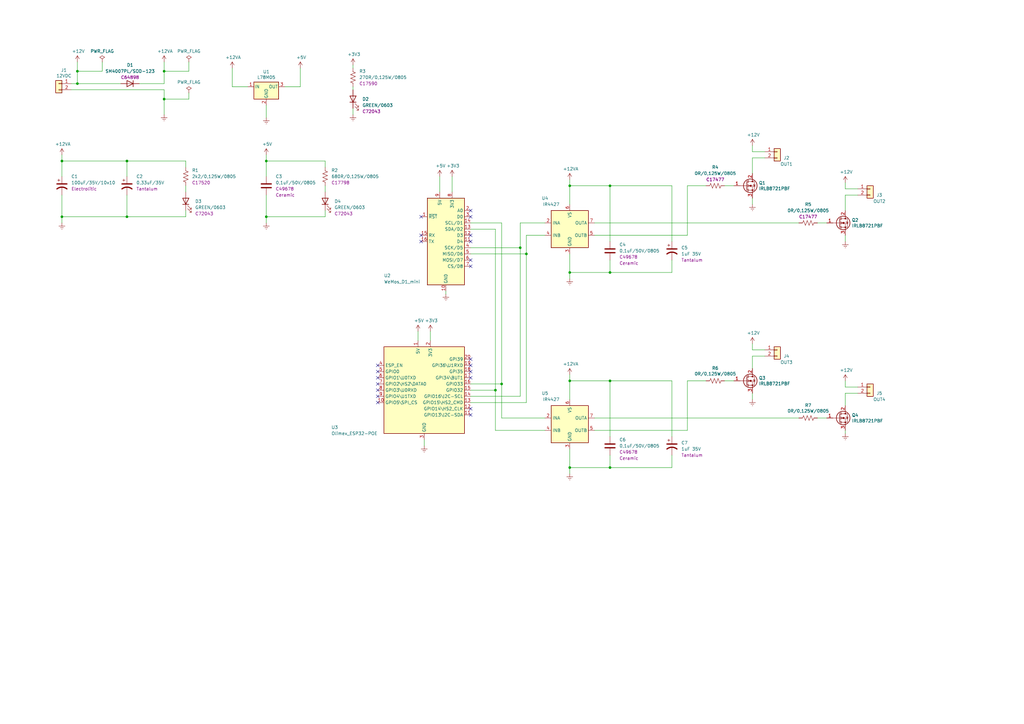
<source format=kicad_sch>
(kicad_sch (version 20211123) (generator eeschema)
  (paper "A3")
  (title_block (title "ESP 6 PWM Module") (date "2021-03-08") (rev "0.1"))
  (lib_symbols
    (symbol "Connector_Generic:Conn_01x02" (pin_names (offset 1.016) hide)
      (property "Reference" "J" (at 0 2.54 0))
      (property "Value" "Conn_01x02" (at 0 -5.08 0))
      (symbol "Conn_01x02_1_1"
        (rectangle (start -1.27 -2.413) (end 0 -2.667) (stroke (width 0.1524)))
        (rectangle (start -1.27 0.127) (end 0 -0.127) (stroke (width 0.1524)))
        (rectangle (start -1.27 1.27) (end 1.27 -3.81) (stroke (width 0.254)) (fill (type background)))
        (pin passive line (at -5.08 0 0) (length 3.81) (name "Pin_1") (number "1"))
        (pin passive line (at -5.08 -2.54 0) (length 3.81) (name "Pin_2") (number "2"))
      )
    )
    (symbol "Device:C" (pin_numbers hide) (pin_names (offset 0.254))
      (property "Reference" "C" (at 0.635 2.54 0))
      (property "Value" "C" (at 0.635 -2.54 0))
      (symbol "C_0_1"
        (polyline (pts (xy -2.032 -0.762) (xy 2.032 -0.762)) (stroke (width 0.508)))
        (polyline (pts (xy -2.032 0.762) (xy 2.032 0.762)) (stroke (width 0.508)))
      )
      (symbol "C_1_1"
        (pin passive line (at 0 3.81 270) (length 2.794) (name "~") (number "1"))
        (pin passive line (at 0 -3.81 90) (length 2.794) (name "~") (number "2"))
      )
    )
    (symbol "Device:CP1" (pin_numbers hide) (pin_names (offset 0.254) hide)
      (property "Reference" "C" (at 0.635 2.54 0))
      (property "Value" "Device_CP1" (at 0.635 -2.54 0))
      (symbol "CP1_0_1"
        (polyline (pts (xy -2.032 0.762) (xy 2.032 0.762)) (stroke (width 0.508)))
        (polyline (pts (xy -1.778 2.286) (xy -0.762 2.286)))
        (polyline (pts (xy -1.27 1.778) (xy -1.27 2.794)))
        (arc (start 2.032 -1.27) (mid 0 -0.5572) (end -2.032 -1.27) (stroke (width 0.508)))
      )
      (symbol "CP1_1_1"
        (pin passive line (at 0 3.81 270) (length 2.794) (name "~") (number "1"))
        (pin passive line (at 0 -3.81 90) (length 3.302) (name "~") (number "2"))
      )
    )
    (symbol "Device:D" (pin_numbers hide) (pin_names (offset 1.016) hide)
      (property "Reference" "D" (at 0 2.54 0))
      (property "Value" "D" (at 0 -2.54 0))
      (symbol "D_0_1"
        (polyline (pts (xy -1.27 1.27) (xy -1.27 -1.27)) (stroke (width 0.254)))
        (polyline (pts (xy 1.27 0) (xy -1.27 0)))
        (polyline (pts (xy 1.27 1.27) (xy 1.27 -1.27) (xy -1.27 0) (xy 1.27 1.27)) (stroke (width 0.254)))
      )
      (symbol "D_1_1"
        (pin passive line (at -3.81 0 0) (length 2.54) (name "K") (number "1"))
        (pin passive line (at 3.81 0 180) (length 2.54) (name "A") (number "2"))
      )
    )
    (symbol "Device:LED" (pin_numbers hide) (pin_names (offset 1.016) hide)
      (property "Reference" "D" (at 0 2.54 0))
      (property "Value" "LED" (at 0 -2.54 0))
      (symbol "LED_0_1"
        (polyline (pts (xy -1.27 -1.27) (xy -1.27 1.27)) (stroke (width 0.254)))
        (polyline (pts (xy -1.27 0) (xy 1.27 0)))
        (polyline (pts (xy 1.27 -1.27) (xy 1.27 1.27) (xy -1.27 0) (xy 1.27 -1.27)) (stroke (width 0.254)))
        (polyline (pts (xy -3.048 -0.762) (xy -4.572 -2.286) (xy -3.81 -2.286) (xy -4.572 -2.286) (xy -4.572 -1.524)))
        (polyline (pts (xy -1.778 -0.762) (xy -3.302 -2.286) (xy -2.54 -2.286) (xy -3.302 -2.286) (xy -3.302 -1.524)))
      )
      (symbol "LED_1_1"
        (pin passive line (at -3.81 0 0) (length 2.54) (name "K") (number "1"))
        (pin passive line (at 3.81 0 180) (length 2.54) (name "A") (number "2"))
      )
    )
    (symbol "Device:R_US" (pin_numbers hide) (pin_names (offset 0))
      (property "Reference" "R" (at 2.54 0 90))
      (property "Value" "R_US" (at -2.54 0 90))
      (symbol "R_US_0_1"
        (polyline (pts (xy 0 -2.286) (xy 0 -2.54)))
        (polyline (pts (xy 0 2.286) (xy 0 2.54)))
        (polyline (pts (xy 0 -0.762) (xy 1.016 -1.143) (xy 0 -1.524) (xy -1.016 -1.905) (xy 0 -2.286)))
        (polyline (pts (xy 0 0.762) (xy 1.016 0.381) (xy 0 0) (xy -1.016 -0.381) (xy 0 -0.762)))
        (polyline (pts (xy 0 2.286) (xy 1.016 1.905) (xy 0 1.524) (xy -1.016 1.143) (xy 0 0.762)))
      )
      (symbol "R_US_1_1"
        (pin passive line (at 0 3.81 270) (length 1.27) (name "~") (number "1"))
        (pin passive line (at 0 -3.81 90) (length 1.27) (name "~") (number "2"))
      )
    )
    (symbol "MCU_Module:WeMos_D1_mini"
      (property "Reference" "U" (at 3.81 19.05 0))
      (property "Value" "WeMos_D1_mini" (at 1.27 -19.05 0))
      (symbol "WeMos_D1_mini_1_1"
        (rectangle (start -7.62 17.78) (end 7.62 -17.78) (stroke (width 0.254)) (fill (type background)))
        (pin input line (at -10.16 10.16 0) (length 2.54) (name "~{RST}") (number "1"))
        (pin power_in line (at 0 -20.32 90) (length 2.54) (name "GND") (number "10"))
        (pin bidirectional line (at 10.16 0 180) (length 2.54) (name "D4") (number "11"))
        (pin bidirectional line (at 10.16 2.54 180) (length 2.54) (name "D3") (number "12"))
        (pin bidirectional line (at 10.16 5.08 180) (length 2.54) (name "SDA/D2") (number "13"))
        (pin bidirectional line (at 10.16 7.62 180) (length 2.54) (name "SCL/D1") (number "14"))
        (pin input line (at -10.16 2.54 0) (length 2.54) (name "RX") (number "15"))
        (pin output line (at -10.16 0 0) (length 2.54) (name "TX") (number "16"))
        (pin input line (at 10.16 12.7 180) (length 2.54) (name "A0") (number "2"))
        (pin bidirectional line (at 10.16 10.16 180) (length 2.54) (name "D0") (number "3"))
        (pin bidirectional line (at 10.16 -2.54 180) (length 2.54) (name "SCK/D5") (number "4"))
        (pin bidirectional line (at 10.16 -5.08 180) (length 2.54) (name "MISO/D6") (number "5"))
        (pin bidirectional line (at 10.16 -7.62 180) (length 2.54) (name "MOSI/D7") (number "6"))
        (pin bidirectional line (at 10.16 -10.16 180) (length 2.54) (name "CS/D8") (number "7"))
        (pin power_out line (at 2.54 20.32 270) (length 2.54) (name "3V3") (number "8"))
        (pin power_in line (at -2.54 20.32 270) (length 2.54) (name "5V") (number "9"))
      )
    )
    (symbol "Regulator_Linear:L7805" (pin_names (offset 0.254))
      (property "Reference" "U" (at -3.81 3.175 0))
      (property "Value" "L7805" (at 0 3.175 0))
      (symbol "L7805_0_1"
        (rectangle (start -5.08 1.905) (end 5.08 -5.08) (stroke (width 0.254)) (fill (type background)))
      )
      (symbol "L7805_1_1"
        (pin power_in line (at -7.62 0 0) (length 2.54) (name "IN") (number "1"))
        (pin power_in line (at 0 -7.62 90) (length 2.54) (name "GND") (number "2"))
        (pin power_out line (at 7.62 0 180) (length 2.54) (name "OUT") (number "3"))
      )
    )
    (symbol "Tales:IR4427"
      (property "Reference" "U" (at -7.62 8.89 0))
      (property "Value" "IR4427" (at 1.27 8.89 0))
      (symbol "IR4427_0_1"
        (rectangle (start -7.62 -7.62) (end 7.62 7.62) (stroke (width 0.254)) (fill (type background)))
      )
      (symbol "IR4427_1_1"
        (pin no_connect line (at -7.62 0 0) (length 2.54) hide (name "NC") (number "1"))
        (pin input line (at -10.16 2.54 0) (length 2.54) (name "INA") (number "2"))
        (pin power_in line (at 0 -10.16 90) (length 2.54) (name "GND") (number "3"))
        (pin input line (at -10.16 -2.54 0) (length 2.54) (name "INB") (number "4"))
        (pin output line (at 10.16 -2.54 180) (length 2.54) (name "OUTB") (number "5"))
        (pin power_in line (at 0 10.16 270) (length 2.54) (name "VS") (number "6"))
        (pin output line (at 10.16 2.54 180) (length 2.54) (name "OUTA") (number "7"))
        (pin no_connect line (at 7.62 0 180) (length 2.54) hide (name "NC") (number "8"))
      )
    )
    (symbol "Tales:Olimex_ESP32-POE"
      (property "Reference" "U" (at 5.08 19.05 0))
      (property "Value" "Olimex_ESP32-POE" (at 5.08 -19.05 0))
      (symbol "Olimex_ESP32-POE_1_1"
        (rectangle (start -16.51 17.78) (end 16.51 -17.78) (stroke (width 0.254)) (fill (type background)))
        (pin power_in line (at -2.54 20.32 270) (length 2.54) (name "5V") (number "1"))
        (pin bidirectional line (at -19.05 -5.08 0) (length 2.54) (name "GPIO5\\SPI_CS") (number "10"))
        (pin bidirectional line (at 19.05 -10.16 180) (length 2.54) (name "GPIO13\\I2C-SDA") (number "11"))
        (pin bidirectional line (at 19.05 -7.62 180) (length 2.54) (name "GPIO14\\HS2_CLK") (number "12"))
        (pin bidirectional line (at 19.05 -5.08 180) (length 2.54) (name "GPIO15\\HS2_CMD") (number "13"))
        (pin bidirectional line (at 19.05 -2.54 180) (length 2.54) (name "GPIO16\\I2C-SCL") (number "14"))
        (pin bidirectional line (at 19.05 0 180) (length 2.54) (name "GPIO32") (number "15"))
        (pin bidirectional line (at 19.05 2.54 180) (length 2.54) (name "GPIO33") (number "16"))
        (pin input line (at 19.05 5.08 180) (length 2.54) (name "GPI34\\BUT1") (number "17"))
        (pin input line (at 19.05 7.62 180) (length 2.54) (name "GPI35") (number "18"))
        (pin input line (at 19.05 10.16 180) (length 2.54) (name "GPI36\\U1RXD") (number "19"))
        (pin power_out line (at 2.54 20.32 270) (length 2.54) (name "3V3") (number "2"))
        (pin input line (at 19.05 12.7 180) (length 2.54) (name "GPI39") (number "20"))
        (pin power_in line (at 0 -20.32 90) (length 2.54) (name "GND") (number "3"))
        (pin input line (at -19.05 10.16 0) (length 2.54) (name "ESP_EN") (number "4"))
        (pin bidirectional line (at -19.05 7.62 0) (length 2.54) (name "GPIO0") (number "5"))
        (pin bidirectional line (at -19.05 5.08 0) (length 2.54) (name "GPIO1\\U0TXD") (number "6"))
        (pin bidirectional line (at -19.05 2.54 0) (length 2.54) (name "GPIO2\\HS2\\DATA0") (number "7"))
        (pin bidirectional line (at -19.05 0 0) (length 2.54) (name "GPIO3\\U0RXD") (number "8"))
        (pin bidirectional line (at -19.05 -2.54 0) (length 2.54) (name "GPIO4\\U1TXD") (number "9"))
      )
    )
    (symbol "Transistor_FET:IRLB8721PBF" (pin_names hide)
      (property "Reference" "Q" (at 6.35 1.905 0))
      (property "Value" "IRLB8721PBF" (at 6.35 0 0))
      (symbol "IRLB8721PBF_0_1"
        (polyline (pts (xy 0.254 0) (xy -2.54 0)))
        (polyline (pts (xy 0.254 1.905) (xy 0.254 -1.905)) (stroke (width 0.254)))
        (polyline (pts (xy 0.762 -1.27) (xy 0.762 -2.286)) (stroke (width 0.254)))
        (polyline (pts (xy 0.762 0.508) (xy 0.762 -0.508)) (stroke (width 0.254)))
        (polyline (pts (xy 0.762 2.286) (xy 0.762 1.27)) (stroke (width 0.254)))
        (polyline (pts (xy 2.54 2.54) (xy 2.54 1.778)))
        (polyline (pts (xy 2.54 -2.54) (xy 2.54 0) (xy 0.762 0)))
        (polyline (pts (xy 0.762 -1.778) (xy 3.302 -1.778) (xy 3.302 1.778) (xy 0.762 1.778)))
        (polyline (pts (xy 1.016 0) (xy 2.032 0.381) (xy 2.032 -0.381) (xy 1.016 0)) (fill (type outline)))
        (polyline (pts (xy 2.794 0.508) (xy 2.921 0.381) (xy 3.683 0.381) (xy 3.81 0.254)))
        (polyline (pts (xy 3.302 0.381) (xy 2.921 -0.254) (xy 3.683 -0.254) (xy 3.302 0.381)))
        (circle (center 1.651 0) (radius 2.794) (stroke (width 0.254)))
        (circle (center 2.54 -1.778) (radius 0.254) (fill (type outline)))
        (circle (center 2.54 1.778) (radius 0.254) (fill (type outline)))
      )
      (symbol "IRLB8721PBF_1_1"
        (pin input line (at -5.08 0 0) (length 2.54) (name "G") (number "1"))
        (pin passive line (at 2.54 5.08 270) (length 2.54) (name "D") (number "2"))
        (pin passive line (at 2.54 -5.08 90) (length 2.54) (name "S") (number "3"))
      )
    )
    (symbol "power:+12V" (power) (pin_names (offset 0))
      (property "Value" "+12V" (at 0 3.556 0))
      (symbol "+12V_0_1"
        (polyline (pts (xy -0.762 1.27) (xy 0 2.54)))
        (polyline (pts (xy 0 0) (xy 0 2.54)))
        (polyline (pts (xy 0 2.54) (xy 0.762 1.27)))
      )
      (symbol "+12V_1_1"
        (pin power_in line (at 0 0 90) (length 0) hide (name "+12V") (number "1"))
      )
    )
    (symbol "power:+12VA" (power) (pin_names (offset 0))
      (property "Value" "+12VA" (at 0 3.556 0))
      (symbol "+12VA_0_1"
        (polyline (pts (xy -0.762 1.27) (xy 0 2.54)))
        (polyline (pts (xy 0 0) (xy 0 2.54)))
        (polyline (pts (xy 0 2.54) (xy 0.762 1.27)))
      )
      (symbol "+12VA_1_1"
        (pin power_in line (at 0 0 90) (length 0) hide (name "+12VA") (number "1"))
      )
    )
    (symbol "power:+3.3V" (power) (pin_names (offset 0))
      (property "Value" "+3.3V" (at 0 3.556 0))
      (symbol "+3.3V_0_1"
        (polyline (pts (xy -0.762 1.27) (xy 0 2.54)))
        (polyline (pts (xy 0 0) (xy 0 2.54)))
        (polyline (pts (xy 0 2.54) (xy 0.762 1.27)))
      )
      (symbol "+3.3V_1_1"
        (pin power_in line (at 0 0 90) (length 0) hide (name "+3V3") (number "1"))
      )
    )
    (symbol "power:+5V" (power) (pin_names (offset 0))
      (property "Value" "+5V" (at 0 3.556 0))
      (symbol "+5V_0_1"
        (polyline (pts (xy -0.762 1.27) (xy 0 2.54)))
        (polyline (pts (xy 0 0) (xy 0 2.54)))
        (polyline (pts (xy 0 2.54) (xy 0.762 1.27)))
      )
      (symbol "+5V_1_1"
        (pin power_in line (at 0 0 90) (length 0) hide (name "+5V") (number "1"))
      )
    )
    (symbol "power:GNDREF" (power) (pin_names (offset 0))
      (property "Value" "GNDREF" (at 0 -3.81 0))
      (symbol "GNDREF_0_1"
        (polyline (pts (xy -0.635 -1.905) (xy 0.635 -1.905)))
        (polyline (pts (xy -0.127 -2.54) (xy 0.127 -2.54)))
        (polyline (pts (xy 0 -1.27) (xy 0 0)))
        (polyline (pts (xy 1.27 -1.27) (xy -1.27 -1.27)))
      )
      (symbol "GNDREF_1_1"
        (pin power_in line (at 0 0 270) (length 0) hide (name "GNDREF") (number "1"))
      )
    )
    (symbol "power:PWR_FLAG" (power) (pin_numbers hide) (pin_names (offset 0) hide)
      (property "Value" "PWR_FLAG" (at 0 3.81 0))
      (symbol "PWR_FLAG_0_0"
        (pin power_out line (at 0 0 90) (length 0) (name "pwr") (number "1"))
      )
      (symbol "PWR_FLAG_0_1"
        (polyline (pts (xy 0 0) (xy 0 1.27) (xy -1.016 1.905) (xy 0 2.54) (xy 1.016 1.905) (xy 0 1.27)))
      )
    )
  )
  (junction (at 250.19 156.21))
  (junction (at 31.75 29.21))
  (junction (at 233.68 111.76))
  (junction (at 25.4 66.04))
  (junction (at 233.68 191.77))
  (junction (at 52.07 66.04))
  (junction (at 203.2 160.02))
  (junction (at 25.4 88.9))
  (junction (at 205.74 157.48))
  (junction (at 109.22 66.04))
  (junction (at 52.07 88.9))
  (junction (at 250.19 111.76))
  (junction (at 67.31 29.21))
  (junction (at 67.31 40.64))
  (junction (at 250.19 76.2))
  (junction (at 215.9 104.14))
  (junction (at 31.75 34.29))
  (junction (at 109.22 88.9))
  (junction (at 213.36 101.6))
  (junction (at 250.19 191.77))
  (junction (at 233.68 156.21))
  (junction (at 233.68 76.2))
  (no_connect (at 193.04 170.18))
  (no_connect (at 154.94 160.02))
  (no_connect (at 193.04 147.32))
  (no_connect (at 193.04 99.06))
  (no_connect (at 154.94 152.4))
  (no_connect (at 172.72 99.06))
  (no_connect (at 193.04 152.4))
  (no_connect (at 193.04 109.22))
  (no_connect (at 193.04 106.68))
  (no_connect (at 193.04 96.52))
  (no_connect (at 193.04 154.94))
  (no_connect (at 193.04 149.86))
  (no_connect (at 154.94 157.48))
  (no_connect (at 172.72 88.9))
  (no_connect (at 193.04 86.36))
  (no_connect (at 172.72 96.52))
  (no_connect (at 154.94 149.86))
  (no_connect (at 154.94 162.56))
  (no_connect (at 193.04 88.9))
  (no_connect (at 154.94 165.1))
  (no_connect (at 154.94 154.94))
  (no_connect (at 193.04 167.64))
  (wire (pts (xy 215.9 104.14) (xy 215.9 96.52)))
  (wire (pts (xy 109.22 43.18) (xy 109.22 48.26)))
  (wire (pts (xy 95.25 27.94) (xy 95.25 35.56)))
  (wire (pts (xy 233.68 73.66) (xy 233.68 76.2)))
  (wire (pts (xy 25.4 66.04) (xy 25.4 72.39)))
  (wire (pts (xy 203.2 176.53) (xy 223.52 176.53)))
  (wire (pts (xy 25.4 63.5) (xy 25.4 66.04)))
  (wire (pts (xy 281.94 156.21) (xy 281.94 176.53)))
  (wire (pts (xy 67.31 36.83) (xy 67.31 40.64)))
  (wire (pts (xy 346.71 96.52) (xy 346.71 99.06)))
  (wire (pts (xy 144.78 44.45) (xy 144.78 46.99)))
  (wire (pts (xy 25.4 88.9) (xy 25.4 80.01)))
  (wire (pts (xy 233.68 76.2) (xy 233.68 83.82)))
  (wire (pts (xy 250.19 111.76) (xy 233.68 111.76)))
  (wire (pts (xy 52.07 88.9) (xy 25.4 88.9)))
  (wire (pts (xy 313.69 146.05) (xy 308.61 146.05)))
  (wire (pts (xy 205.74 157.48) (xy 205.74 171.45)))
  (wire (pts (xy 275.59 179.07) (xy 275.59 156.21)))
  (wire (pts (xy 173.99 182.88) (xy 173.99 180.34)))
  (wire (pts (xy 243.84 171.45) (xy 327.66 171.45)))
  (wire (pts (xy 123.19 27.94) (xy 123.19 35.56)))
  (wire (pts (xy 193.04 160.02) (xy 203.2 160.02)))
  (wire (pts (xy 76.2 66.04) (xy 52.07 66.04)))
  (wire (pts (xy 116.84 35.56) (xy 123.19 35.56)))
  (wire (pts (xy 76.2 88.9) (xy 52.07 88.9)))
  (wire (pts (xy 205.74 91.44) (xy 205.74 157.48)))
  (wire (pts (xy 41.91 29.21) (xy 41.91 25.4)))
  (wire (pts (xy 275.59 76.2) (xy 250.19 76.2)))
  (wire (pts (xy 193.04 162.56) (xy 213.36 162.56)))
  (wire (pts (xy 176.53 135.89) (xy 176.53 139.7)))
  (wire (pts (xy 133.35 86.36) (xy 133.35 88.9)))
  (wire (pts (xy 335.28 171.45) (xy 339.09 171.45)))
  (wire (pts (xy 233.68 194.31) (xy 233.68 191.77)))
  (wire (pts (xy 275.59 156.21) (xy 250.19 156.21)))
  (wire (pts (xy 205.74 171.45) (xy 223.52 171.45)))
  (wire (pts (xy 77.47 25.4) (xy 77.47 29.21)))
  (wire (pts (xy 109.22 63.5) (xy 109.22 66.04)))
  (wire (pts (xy 351.79 158.75) (xy 346.71 158.75)))
  (wire (pts (xy 144.78 26.67) (xy 144.78 27.94)))
  (wire (pts (xy 133.35 68.58) (xy 133.35 66.04)))
  (wire (pts (xy 250.19 156.21) (xy 233.68 156.21)))
  (wire (pts (xy 31.75 34.29) (xy 49.53 34.29)))
  (wire (pts (xy 233.68 156.21) (xy 233.68 153.67)))
  (wire (pts (xy 76.2 86.36) (xy 76.2 88.9)))
  (wire (pts (xy 250.19 186.69) (xy 250.19 191.77)))
  (wire (pts (xy 346.71 158.75) (xy 346.71 156.21)))
  (wire (pts (xy 215.9 165.1) (xy 215.9 104.14)))
  (wire (pts (xy 31.75 29.21) (xy 31.75 34.29)))
  (wire (pts (xy 193.04 93.98) (xy 203.2 93.98)))
  (wire (pts (xy 250.19 179.07) (xy 250.19 156.21)))
  (wire (pts (xy 76.2 68.58) (xy 76.2 66.04)))
  (wire (pts (xy 203.2 93.98) (xy 203.2 160.02)))
  (wire (pts (xy 171.45 135.89) (xy 171.45 139.7)))
  (wire (pts (xy 308.61 64.77) (xy 308.61 71.12)))
  (wire (pts (xy 346.71 80.01) (xy 346.71 86.36)))
  (wire (pts (xy 233.68 111.76) (xy 233.68 104.14)))
  (wire (pts (xy 133.35 88.9) (xy 109.22 88.9)))
  (wire (pts (xy 289.56 156.21) (xy 281.94 156.21)))
  (wire (pts (xy 67.31 34.29) (xy 67.31 29.21)))
  (wire (pts (xy 351.79 80.01) (xy 346.71 80.01)))
  (wire (pts (xy 180.34 72.39) (xy 180.34 78.74)))
  (wire (pts (xy 351.79 161.29) (xy 346.71 161.29)))
  (wire (pts (xy 327.66 91.44) (xy 243.84 91.44)))
  (wire (pts (xy 281.94 176.53) (xy 243.84 176.53)))
  (wire (pts (xy 193.04 101.6) (xy 213.36 101.6)))
  (wire (pts (xy 193.04 91.44) (xy 205.74 91.44)))
  (wire (pts (xy 346.71 77.47) (xy 346.71 74.93)))
  (wire (pts (xy 29.21 34.29) (xy 31.75 34.29)))
  (wire (pts (xy 193.04 157.48) (xy 205.74 157.48)))
  (wire (pts (xy 275.59 186.69) (xy 275.59 191.77)))
  (wire (pts (xy 109.22 80.01) (xy 109.22 88.9)))
  (wire (pts (xy 275.59 106.68) (xy 275.59 111.76)))
  (wire (pts (xy 308.61 62.23) (xy 308.61 59.69)))
  (wire (pts (xy 109.22 91.44) (xy 109.22 88.9)))
  (wire (pts (xy 29.21 36.83) (xy 67.31 36.83)))
  (wire (pts (xy 31.75 29.21) (xy 41.91 29.21)))
  (wire (pts (xy 275.59 99.06) (xy 275.59 76.2)))
  (wire (pts (xy 250.19 191.77) (xy 233.68 191.77)))
  (wire (pts (xy 213.36 91.44) (xy 223.52 91.44)))
  (wire (pts (xy 109.22 72.39) (xy 109.22 66.04)))
  (wire (pts (xy 52.07 72.39) (xy 52.07 66.04)))
  (wire (pts (xy 213.36 162.56) (xy 213.36 101.6)))
  (wire (pts (xy 313.69 64.77) (xy 308.61 64.77)))
  (wire (pts (xy 351.79 77.47) (xy 346.71 77.47)))
  (wire (pts (xy 275.59 191.77) (xy 250.19 191.77)))
  (wire (pts (xy 77.47 38.1) (xy 77.47 40.64)))
  (wire (pts (xy 31.75 25.4) (xy 31.75 29.21)))
  (wire (pts (xy 144.78 36.83) (xy 144.78 35.56)))
  (wire (pts (xy 297.18 76.2) (xy 300.99 76.2)))
  (wire (pts (xy 250.19 76.2) (xy 233.68 76.2)))
  (wire (pts (xy 95.25 35.56) (xy 101.6 35.56)))
  (wire (pts (xy 335.28 91.44) (xy 339.09 91.44)))
  (wire (pts (xy 215.9 96.52) (xy 223.52 96.52)))
  (wire (pts (xy 77.47 29.21) (xy 67.31 29.21)))
  (wire (pts (xy 250.19 99.06) (xy 250.19 76.2)))
  (wire (pts (xy 76.2 78.74) (xy 76.2 76.2)))
  (wire (pts (xy 52.07 66.04) (xy 25.4 66.04)))
  (wire (pts (xy 67.31 29.21) (xy 67.31 25.4)))
  (wire (pts (xy 250.19 106.68) (xy 250.19 111.76)))
  (wire (pts (xy 281.94 96.52) (xy 243.84 96.52)))
  (wire (pts (xy 297.18 156.21) (xy 300.99 156.21)))
  (wire (pts (xy 57.15 34.29) (xy 67.31 34.29)))
  (wire (pts (xy 308.61 81.28) (xy 308.61 83.82)))
  (wire (pts (xy 193.04 104.14) (xy 215.9 104.14)))
  (wire (pts (xy 213.36 101.6) (xy 213.36 91.44)))
  (wire (pts (xy 308.61 161.29) (xy 308.61 163.83)))
  (wire (pts (xy 67.31 40.64) (xy 67.31 46.99)))
  (wire (pts (xy 233.68 191.77) (xy 233.68 184.15)))
  (wire (pts (xy 203.2 160.02) (xy 203.2 176.53)))
  (wire (pts (xy 233.68 163.83) (xy 233.68 156.21)))
  (wire (pts (xy 185.42 72.39) (xy 185.42 78.74)))
  (wire (pts (xy 346.71 176.53) (xy 346.71 177.8)))
  (wire (pts (xy 182.88 119.38) (xy 182.88 120.65)))
  (wire (pts (xy 133.35 78.74) (xy 133.35 76.2)))
  (wire (pts (xy 313.69 143.51) (xy 308.61 143.51)))
  (wire (pts (xy 308.61 143.51) (xy 308.61 140.97)))
  (wire (pts (xy 52.07 80.01) (xy 52.07 88.9)))
  (wire (pts (xy 281.94 76.2) (xy 281.94 96.52)))
  (wire (pts (xy 133.35 66.04) (xy 109.22 66.04)))
  (wire (pts (xy 313.69 62.23) (xy 308.61 62.23)))
  (wire (pts (xy 275.59 111.76) (xy 250.19 111.76)))
  (wire (pts (xy 25.4 91.44) (xy 25.4 88.9)))
  (wire (pts (xy 281.94 76.2) (xy 289.56 76.2)))
  (wire (pts (xy 308.61 146.05) (xy 308.61 151.13)))
  (wire (pts (xy 233.68 114.3) (xy 233.68 111.76)))
  (wire (pts (xy 77.47 40.64) (xy 67.31 40.64)))
  (wire (pts (xy 346.71 161.29) (xy 346.71 166.37)))
  (wire (pts (xy 193.04 165.1) (xy 215.9 165.1)))
  (symbol (lib_id "Device:R_US") (at 76.2 72.39 0) (unit 1)
    (property "Reference" "R1" (at 78.74 69.85 0) (effects (justify left)))
    (property "Value" "2k2/0,125W/0805" (at 78.74 72.39 0) (effects (justify left)))
    (property "Footprint" "Tales:R_0805_2012Metric" (effects hide))
    (property "Case" "0805/2012" (effects hide))
    (property "Mfr" "Uniroyal" (effects hide))
    (property "Mfr PN" "0805W8F2201T5E" (effects hide))
    (property "Vendor" "JLCPCB" (effects hide))
    (property "Vendor PN" "C17520" (effects hide))
    (property "JLCPCB BOM" "1" (effects hide))
    (property "LCSC Part" "C17520" (at 78.74 74.93 0) (effects (justify left)))
  )
  (symbol (lib_id "Device:D") (at 53.34 34.29 180) (unit 1)
    (property "Reference" "D1" (at 53.34 26.67 0))
    (property "Value" "SM4007PL/SOD-123" (at 53.34 29.21 0))
    (property "Footprint" "Tales:D_SOD-123" (effects hide))
    (property "Case" "SOD-123FL" (effects hide))
    (property "Mfr" "MDD" (effects hide))
    (property "Mfr PN" "SM4007PL" (effects hide))
    (property "Vendor" "JLCPCB" (effects hide))
    (property "Vendor PN" "C64898" (effects hide))
    (property "JLCPCB BOM" "1" (effects hide))
    (property "LCSC Part" "C64898" (at 53.34 31.75 0))
  )
  (symbol (lib_id "Regulator_Linear:L7805") (at 109.22 35.56 0) (unit 1)
    (property "Reference" "U1" (at 109.22 29.4132 0))
    (property "Value" "L78M05" (at 109.22 31.7246 0))
    (property "Footprint" "Tales:TO-252-2" (effects hide))
    (property "Case" "TO-252" (effects hide))
    (property "Mfr" "ST Microelectronics" (effects hide))
    (property "Mfr PN" "L78M05ABDT-TR" (effects hide))
    (property "Vendor" "JLCPCB" (effects hide))
    (property "Vendor PN" "C58069" (effects hide))
    (property "JLCPCB BOM" "1" (effects hide))
    (property "LCSC Part" "C58069" (effects hide))
  )
  (symbol (lib_id "power:PWR_FLAG") (at 77.47 25.4 0) (unit 1)
    (property "Reference" "#FLG0101" (effects hide))
    (property "Value" "PWR_FLAG" (at 77.47 21.0058 0))
  )
  (symbol (lib_id "power:GNDREF") (at 182.88 120.65 0) (unit 1)
    (property "Reference" "#PWR0105" (effects hide))
    (property "Value" "GNDREF" (effects hide))
  )
  (symbol (lib_id "Device:LED") (at 76.2 82.55 90) (unit 1)
    (property "Reference" "D3" (at 80.01 82.55 90) (effects (justify right)))
    (property "Value" "GREEN/0603" (at 80.01 85.09 90) (effects (justify right)))
    (property "Footprint" "Tales:LED_0603_1608Metric" (effects hide))
    (property "Case" "0603" (effects hide))
    (property "Mfr" "Everlight" (effects hide))
    (property "Mfr PN" "19-217/GHC-YR1S2/3T" (effects hide))
    (property "Vendor" "JLCPCB" (effects hide))
    (property "Vendor PN" "C72043" (effects hide))
    (property "JLCPCB BOM" "1" (effects hide))
    (property "LCSC Part" "C72043" (at 80.01 87.63 90) (effects (justify right)))
  )
  (symbol (lib_id "Connector_Generic:Conn_01x02") (at 318.77 62.23 0) (unit 1)
    (property "Reference" "J2" (at 322.58 64.77 0))
    (property "Value" "OUT1" (at 322.58 67.31 0))
    (property "Footprint" "Tales:TerminalBlock_Phoenix_MKDS-3-2-5.08_1x02_P5.08mm_Horizontal" (effects hide))
    (property "Mfr" "Metaltex" (effects hide))
    (property "Vendor" "Eletropecas" (effects hide))
    (property "Mfr PN" "BR902V" (effects hide))
    (property "Vendor PN" "29273" (effects hide))
    (property "JLCPCB BOM" "0" (effects hide))
  )
  (symbol (lib_id "Device:R_US") (at 133.35 72.39 0) (unit 1)
    (property "Reference" "R2" (at 135.89 69.85 0) (effects (justify left)))
    (property "Value" "680R/0,125W/0805" (at 135.89 72.39 0) (effects (justify left)))
    (property "Footprint" "Tales:R_0805_2012Metric" (effects hide))
    (property "Case" "0805/2012" (effects hide))
    (property "Mfr" "Uniroyal" (effects hide))
    (property "Mfr PN" "0805W8F6800T5E" (effects hide))
    (property "Vendor" "JLCPCB" (effects hide))
    (property "Vendor PN" "C17798" (effects hide))
    (property "JLCPCB BOM" "1" (effects hide))
    (property "LCSC Part" "C17798" (at 135.89 74.93 0) (effects (justify left)))
  )
  (symbol (lib_id "power:+5V") (at 109.22 63.5 0) (unit 1)
    (property "Reference" "#PWR0123" (effects hide))
    (property "Value" "+5V" (at 109.601 59.1058 0))
  )
  (symbol (lib_id "power:+3.3V") (at 144.78 26.67 0) (unit 1)
    (property "Reference" "#PWR0124" (effects hide))
    (property "Value" "+3.3V" (at 145.161 22.2758 0))
  )
  (symbol (lib_id "power:GNDREF") (at 109.22 91.44 0) (unit 1)
    (property "Reference" "#PWR0125" (effects hide))
    (property "Value" "GNDREF" (effects hide))
  )
  (symbol (lib_id "power:GNDREF") (at 144.78 46.99 0) (unit 1)
    (property "Reference" "#PWR0126" (effects hide))
    (property "Value" "GNDREF" (effects hide))
  )
  (symbol (lib_id "power:PWR_FLAG") (at 77.47 38.1 0) (unit 1)
    (property "Reference" "#FLG0102" (effects hide))
    (property "Value" "PWR_FLAG" (at 77.47 33.7058 0))
  )
  (symbol (lib_id "power:+12VA") (at 233.68 73.66 0) (unit 1)
    (property "Reference" "#PWR0101" (effects hide))
    (property "Value" "+12VA" (at 234.061 69.2658 0))
  )
  (symbol (lib_id "power:+12VA") (at 233.68 153.67 0) (unit 1)
    (property "Reference" "#PWR0111" (effects hide))
    (property "Value" "+12VA" (at 234.061 149.2758 0))
  )
  (symbol (lib_id "Tales:Olimex_ESP32-POE") (at 173.99 160.02 0) (unit 1)
    (property "Reference" "U3" (at 135.89 175.26 0) (effects (justify left)))
    (property "Value" "Olimex_ESP32-POE" (at 135.89 177.8 0) (effects (justify left)))
    (property "Footprint" "Tales:Olimex_ESP32-POE_Pads" (effects hide))
    (property "Mfr" "Olimex" (effects hide))
    (property "Mfr PN" "ESP32-POE" (effects hide))
    (property "Vendor" "Mouser" (effects hide))
    (property "Vendor PN" "909-ESP32-POE\r" (effects hide))
    (property "JLCPCB BOM" "0" (effects hide))
  )
  (symbol (lib_id "power:GNDREF") (at 173.99 182.88 0) (unit 1)
    (property "Reference" "#PWR0114" (effects hide))
    (property "Value" "GNDREF" (effects hide))
  )
  (symbol (lib_id "MCU_Module:WeMos_D1_mini") (at 182.88 99.06 0) (unit 1)
    (property "Reference" "U2" (at 157.48 113.03 0) (effects (justify left)))
    (property "Value" "WeMos_D1_mini" (at 157.48 115.57 0) (effects (justify left)))
    (property "Footprint" "Tales:WEMOS_D1_mini_light_pads" (effects hide))
    (property "Mfr" "Wemos" (effects hide))
    (property "Mfr PN" "D1 Mini Node MCU" (effects hide))
    (property "Vendor" "Filipeflop" (effects hide))
    (property "Vendor PN" "6WL25" (effects hide))
    (property "JLCPCB BOM" "0" (effects hide))
  )
  (symbol (lib_id "power:+3.3V") (at 176.53 135.89 0) (unit 1)
    (property "Reference" "#PWR0115" (effects hide))
    (property "Value" "+3.3V" (at 176.911 131.4958 0))
  )
  (symbol (lib_id "power:+5V") (at 171.45 135.89 0) (unit 1)
    (property "Reference" "#PWR0120" (effects hide))
    (property "Value" "+5V" (at 171.831 131.4958 0))
  )
  (symbol (lib_id "Device:R_US") (at 293.37 76.2 270) (unit 1)
    (property "Reference" "R4" (at 293.37 68.58 90))
    (property "Value" "0R/0,125W/0805" (at 293.37 71.12 90))
    (property "Footprint" "Tales:R_0805_2012Metric" (effects hide))
    (property "Case" "0805/2012" (effects hide))
    (property "Mfr" "Uniroyal" (effects hide))
    (property "Mfr PN" "0805W8F0000T5E" (effects hide))
    (property "Vendor" "JLCPCB" (effects hide))
    (property "Vendor PN" "C17477" (effects hide))
    (property "JLCPCB BOM" "1" (effects hide))
    (property "LCSC Part" "C17477" (at 293.37 73.66 90))
  )
  (symbol (lib_id "Device:R_US") (at 331.47 91.44 270) (unit 1)
    (property "Reference" "R5" (at 331.47 83.82 90))
    (property "Value" "0R/0,125W/0805" (at 331.47 86.36 90))
    (property "Footprint" "Tales:R_0805_2012Metric" (effects hide))
    (property "Case" "0805/2012" (effects hide))
    (property "Mfr" "Uniroyal" (effects hide))
    (property "Mfr PN" "0805W8F0000T5E" (effects hide))
    (property "Vendor" "JLCPCB" (effects hide))
    (property "Vendor PN" "C17477" (effects hide))
    (property "JLCPCB BOM" "1" (effects hide))
    (property "LCSC Part" "C17477" (at 331.47 88.9 90))
  )
  (symbol (lib_id "Device:R_US") (at 293.37 156.21 270) (unit 1)
    (property "Reference" "R6" (at 293.37 151.003 90))
    (property "Value" "0R/0,125W/0805" (at 293.37 153.3144 90))
    (property "Footprint" "Tales:R_0805_2012Metric" (effects hide))
    (property "Case" "0805/2012" (effects hide))
    (property "Mfr" "Uniroyal" (effects hide))
    (property "Mfr PN" "0805W8F0000T5E" (effects hide))
    (property "Vendor" "JLCPCB" (effects hide))
    (property "Vendor PN" "C17477" (effects hide))
    (property "JLCPCB BOM" "1" (effects hide))
    (property "LCSC Part" "C17477" (effects hide))
  )
  (symbol (lib_id "Device:R_US") (at 331.47 171.45 270) (unit 1)
    (property "Reference" "R7" (at 331.47 166.243 90))
    (property "Value" "0R/0,125W/0805" (at 331.47 168.5544 90))
    (property "Footprint" "Tales:R_0805_2012Metric" (effects hide))
    (property "Case" "0805/2012" (effects hide))
    (property "Mfr" "Uniroyal" (effects hide))
    (property "Mfr PN" "0805W8F0000T5E" (effects hide))
    (property "Vendor" "JLCPCB" (effects hide))
    (property "Vendor PN" "C17477" (effects hide))
    (property "JLCPCB BOM" "1" (effects hide))
    (property "LCSC Part" "C17477" (effects hide))
  )
  (symbol (lib_id "Device:CP1") (at 275.59 102.87 0) (unit 1)
    (property "Reference" "C5" (at 279.4 101.6 0) (effects (justify left)))
    (property "Value" "1uF 35V" (at 279.4 104.14 0) (effects (justify left)))
    (property "Footprint" "Tales:CP_EIA-3216-18_Kemet-A_Pad1.58x1.35mm_HandSolder" (effects hide))
    (property "Case" "1206/3216" (effects hide))
    (property "Mfr" "AVX" (effects hide))
    (property "Vendor" "Mouser" (effects hide))
    (property "Mfr PN" "TAJA105K035TNJ" (effects hide))
    (property "Vendor PN" "581-TAJA105K035TNJ" (effects hide))
    (property "Technology" "Tantalum" (at 279.4 106.68 0) (effects (justify left)))
    (property "JLCPCB BOM" "0" (effects hide))
  )
  (symbol (lib_id "Device:CP1") (at 275.59 182.88 0) (unit 1)
    (property "Reference" "C7" (at 279.4 181.61 0) (effects (justify left)))
    (property "Value" "1uF 35V" (at 279.4 184.15 0) (effects (justify left)))
    (property "Footprint" "Tales:CP_EIA-3216-18_Kemet-A_Pad1.58x1.35mm_HandSolder" (effects hide))
    (property "Case" "1206/3216" (effects hide))
    (property "Mfr" "AVX" (effects hide))
    (property "Vendor" "Mouser" (effects hide))
    (property "Mfr PN" "TAJA105K035TNJ" (effects hide))
    (property "Vendor PN" "581-TAJA105K035TNJ" (effects hide))
    (property "Technology" "Tantalum" (at 279.4 186.69 0) (effects (justify left)))
    (property "JLCPCB BOM" "0" (effects hide))
  )
  (symbol (lib_id "Tales:IR4427") (at 233.68 93.98 0) (unit 1)
    (property "Reference" "U4" (at 223.52 81.28 0))
    (property "Value" "IR4427" (at 226.06 83.82 0))
    (property "Footprint" "Tales:SOIC-8_3.9x4.9mm_P1.27mm" (effects hide))
    (property "Case" "SOIC-8" (effects hide))
    (property "Mfr" "International Rectifier" (effects hide))
    (property "Mfr PN" "IR4427STRPBF\r" (effects hide))
    (property "Vendor" "Mouser" (effects hide))
    (property "Vendor PN" "942-IR4427STRPBF\r" (effects hide))
    (property "JLCPCB BOM" "0" (effects hide))
  )
  (symbol (lib_id "Tales:IR4427") (at 233.68 173.99 0) (unit 1)
    (property "Reference" "U5" (at 223.52 161.29 0))
    (property "Value" "IR4427" (at 226.06 163.83 0))
    (property "Footprint" "Tales:SOIC-8_3.9x4.9mm_P1.27mm" (effects hide))
    (property "Case" "SOIC-8" (effects hide))
    (property "Mfr" "International Rectifier" (effects hide))
    (property "Mfr PN" "IR4427STRPBF\r" (effects hide))
    (property "Vendor" "Mouser" (effects hide))
    (property "Vendor PN" "942-IR4427STRPBF\r" (effects hide))
    (property "JLCPCB BOM" "0" (effects hide))
  )
  (symbol (lib_id "power:+12V") (at 31.75 25.4 0) (unit 1)
    (property "Reference" "#PWR0107" (effects hide))
    (property "Value" "+12V" (at 32.131 21.0058 0))
  )
  (symbol (lib_id "power:+3.3V") (at 185.42 72.39 0) (unit 1)
    (property "Reference" "#PWR0109" (effects hide))
    (property "Value" "+3.3V" (at 185.801 67.9958 0))
  )
  (symbol (lib_id "power:+5V") (at 180.34 72.39 0) (unit 1)
    (property "Reference" "#PWR0110" (effects hide))
    (property "Value" "+5V" (at 180.721 67.9958 0))
  )
  (symbol (lib_id "Device:CP1") (at 52.07 76.2 0) (unit 1)
    (property "Reference" "C2" (at 55.88 72.39 0) (effects (justify left)))
    (property "Value" "0,33uF/35V" (at 55.88 74.93 0) (effects (justify left)))
    (property "Footprint" "Tales:CP_EIA-3216-18_Kemet-A_Pad1.58x1.35mm_HandSolder" (effects hide))
    (property "Case" "1206/3216" (effects hide))
    (property "Mfr" "AVX" (effects hide))
    (property "Mfr PN" "TAJA334K035RNJ" (effects hide))
    (property "Technology" "Tantalum" (at 55.88 77.47 0) (effects (justify left)))
    (property "Vendor" "Mouser" (effects hide))
    (property "Vendor PN" "581-TAJA334K035" (effects hide))
    (property "JLCPCB BOM" "0" (effects hide))
  )
  (symbol (lib_id "power:GNDREF") (at 233.68 114.3 0) (unit 1)
    (property "Reference" "#PWR0112" (effects hide))
    (property "Value" "GNDREF" (effects hide))
  )
  (symbol (lib_id "power:GNDREF") (at 233.68 194.31 0) (unit 1)
    (property "Reference" "#PWR0113" (effects hide))
    (property "Value" "GNDREF" (effects hide))
  )
  (symbol (lib_id "power:+12V") (at 346.71 74.93 0) (unit 1)
    (property "Reference" "#PWR0116" (effects hide))
    (property "Value" "+12V" (at 347.091 70.5358 0))
  )
  (symbol (lib_id "power:GNDREF") (at 346.71 99.06 0) (unit 1)
    (property "Reference" "#PWR0117" (effects hide))
    (property "Value" "GNDREF" (effects hide))
  )
  (symbol (lib_id "Transistor_FET:IRLB8721PBF") (at 344.17 91.44 0) (unit 1)
    (property "Reference" "Q2" (at 349.3516 90.2716 0) (effects (justify left)))
    (property "Value" "IRLB8721PBF" (at 349.3516 92.583 0) (effects (justify left)))
    (property "Footprint" "Tales:TO-220-3_Vertical" (effects hide))
    (property "Case" "TO-220-3" (effects hide))
    (property "Mfr" "Infineon" (effects hide))
    (property "Mfr PN" "IRLB8721PBF" (effects hide))
    (property "Vendor" "Mouser" (effects hide))
    (property "Vendor PN" "942-IRLB8721PBF" (effects hide))
    (property "JLCPCB BOM" "0" (effects hide))
  )
  (symbol (lib_id "Connector_Generic:Conn_01x02") (at 356.87 77.47 0) (unit 1)
    (property "Reference" "J3" (at 360.68 80.01 0))
    (property "Value" "OUT2" (at 360.68 82.55 0))
    (property "Footprint" "Tales:TerminalBlock_Phoenix_MKDS-3-2-5.08_1x02_P5.08mm_Horizontal" (effects hide))
    (property "Mfr" "Metaltex" (effects hide))
    (property "Vendor" "Eletropecas\r" (effects hide))
    (property "Mfr PN" "BR902V" (effects hide))
    (property "Vendor PN" "29273" (effects hide))
    (property "JLCPCB BOM" "0" (effects hide))
  )
  (symbol (lib_id "power:+12V") (at 308.61 140.97 0) (unit 1)
    (property "Reference" "#PWR0118" (effects hide))
    (property "Value" "+12V" (at 308.991 136.5758 0))
  )
  (symbol (lib_id "power:GNDREF") (at 308.61 163.83 0) (unit 1)
    (property "Reference" "#PWR0119" (effects hide))
    (property "Value" "GNDREF" (effects hide))
  )
  (symbol (lib_id "Transistor_FET:IRLB8721PBF") (at 306.07 156.21 0) (unit 1)
    (property "Reference" "Q3" (at 311.2516 155.0416 0) (effects (justify left)))
    (property "Value" "IRLB8721PBF" (at 311.2516 157.353 0) (effects (justify left)))
    (property "Footprint" "Tales:TO-220-3_Vertical" (effects hide))
    (property "Case" "TO-220-3" (effects hide))
    (property "Mfr" "Infineon" (effects hide))
    (property "Mfr PN" "IRLB8721PBF" (effects hide))
    (property "Vendor" "Mouser" (effects hide))
    (property "Vendor PN" "942-IRLB8721PBF" (effects hide))
    (property "JLCPCB BOM" "0" (effects hide))
  )
  (symbol (lib_id "Connector_Generic:Conn_01x02") (at 318.77 143.51 0) (unit 1)
    (property "Reference" "J4" (at 322.58 146.05 0))
    (property "Value" "OUT3" (at 322.58 148.59 0))
    (property "Footprint" "Tales:TerminalBlock_Phoenix_MKDS-3-2-5.08_1x02_P5.08mm_Horizontal" (effects hide))
    (property "Mfr" "Metaltex" (effects hide))
    (property "Vendor" "Eletropecas" (effects hide))
    (property "Mfr PN" "BR902V" (effects hide))
    (property "Vendor PN" "29273" (effects hide))
    (property "JLCPCB BOM" "0" (effects hide))
  )
  (symbol (lib_id "power:+12V") (at 346.71 156.21 0) (unit 1)
    (property "Reference" "#PWR0128" (effects hide))
    (property "Value" "+12V" (at 347.091 151.8158 0))
  )
  (symbol (lib_id "power:GNDREF") (at 346.71 177.8 0) (unit 1)
    (property "Reference" "#PWR0129" (effects hide))
    (property "Value" "GNDREF" (effects hide))
  )
  (symbol (lib_id "Transistor_FET:IRLB8721PBF") (at 344.17 171.45 0) (unit 1)
    (property "Reference" "Q4" (at 349.3516 170.2816 0) (effects (justify left)))
    (property "Value" "IRLB8721PBF" (at 349.3516 172.593 0) (effects (justify left)))
    (property "Footprint" "Tales:TO-220-3_Vertical" (effects hide))
    (property "Case" "TO-220-3" (effects hide))
    (property "Mfr" "Infineon" (effects hide))
    (property "Mfr PN" "IRLB8721PBF" (effects hide))
    (property "Vendor" "Mouser" (effects hide))
    (property "Vendor PN" "942-IRLB8721PBF" (effects hide))
    (property "JLCPCB BOM" "0" (effects hide))
  )
  (symbol (lib_id "Connector_Generic:Conn_01x02") (at 356.87 158.75 0) (unit 1)
    (property "Reference" "J5" (at 360.68 161.29 0))
    (property "Value" "OUT4" (at 360.68 163.83 0))
    (property "Footprint" "Tales:TerminalBlock_Phoenix_MKDS-3-2-5.08_1x02_P5.08mm_Horizontal" (effects hide))
    (property "Mfr" "Metaltex" (effects hide))
    (property "Vendor" "Eletropecas\r" (effects hide))
    (property "Mfr PN" "BR902V" (effects hide))
    (property "Vendor PN" "29273" (effects hide))
    (property "JLCPCB BOM" "0" (effects hide))
  )
  (symbol (lib_id "power:+12VA") (at 67.31 25.4 0) (unit 1)
    (property "Reference" "#PWR0130" (effects hide))
    (property "Value" "+12VA" (at 67.691 21.0058 0))
  )
  (symbol (lib_id "power:+12VA") (at 95.25 27.94 0) (unit 1)
    (property "Reference" "#PWR0131" (effects hide))
    (property "Value" "+12VA" (at 95.631 23.5458 0))
  )
  (symbol (lib_id "power:+12VA") (at 25.4 63.5 0) (unit 1)
    (property "Reference" "#PWR0132" (effects hide))
    (property "Value" "+12VA" (at 25.781 59.1058 0))
  )
  (symbol (lib_id "power:PWR_FLAG") (at 41.91 25.4 0) (unit 1)
    (property "Reference" "#FLG0104" (effects hide))
    (property "Value" "PWR_FLAG" (at 41.91 21.0058 0))
  )
  (symbol (lib_id "Device:C") (at 250.19 102.87 0) (unit 1)
    (property "Reference" "C4" (at 254 100.33 0) (effects (justify left)))
    (property "Value" "0,1uF/50V/0805" (at 254 102.87 0) (effects (justify left)))
    (property "Footprint" "Tales:C_0805_2012Metric" (effects hide))
    (property "Case" "0805/2012" (effects hide))
    (property "Mfr" "Yageo" (effects hide))
    (property "Mfr PN" "CC0805KRX7R9BB104" (effects hide))
    (property "Vendor" "JLCPCB" (effects hide))
    (property "Vendor PN" "C49678" (effects hide))
    (property "Technology" "Ceramic" (at 254 107.95 0) (effects (justify left)))
    (property "JLCPCB BOM" "1" (effects hide))
    (property "LCSC Part" "C49678" (at 254 105.41 0) (effects (justify left)))
  )
  (symbol (lib_id "Device:C") (at 250.19 182.88 0) (unit 1)
    (property "Reference" "C6" (at 254 180.34 0) (effects (justify left)))
    (property "Value" "0,1uF/50V/0805" (at 254 182.88 0) (effects (justify left)))
    (property "Footprint" "Tales:C_0805_2012Metric" (effects hide))
    (property "Case" "0805/2012" (effects hide))
    (property "Mfr" "Yageo" (effects hide))
    (property "Mfr PN" "CC0805KRX7R9BB104" (effects hide))
    (property "Vendor" "JLCPCB" (effects hide))
    (property "Vendor PN" "C49678" (effects hide))
    (property "Technology" "Ceramic" (at 254 187.96 0) (effects (justify left)))
    (property "JLCPCB BOM" "1" (effects hide))
    (property "LCSC Part" "C49678" (at 254 185.42 0) (effects (justify left)))
  )
  (symbol (lib_id "Transistor_FET:IRLB8721PBF") (at 306.07 76.2 0) (unit 1)
    (property "Reference" "Q1" (at 311.2516 75.0316 0) (effects (justify left)))
    (property "Value" "IRLB8721PBF" (at 311.2516 77.343 0) (effects (justify left)))
    (property "Footprint" "Tales:TO-220-3_Vertical" (effects hide))
    (property "Case" "TO-220-3" (effects hide))
    (property "Mfr" "Infineon" (effects hide))
    (property "Mfr PN" "IRLB8721PBF" (effects hide))
    (property "Vendor" "Mouser" (effects hide))
    (property "Vendor PN" "942-IRLB8721PBF" (effects hide))
    (property "JLCPCB BOM" "0" (effects hide))
  )
  (symbol (lib_id "power:GNDREF") (at 109.22 48.26 0) (unit 1)
    (property "Reference" "#PWR0102" (effects hide))
    (property "Value" "GNDREF" (effects hide))
  )
  (symbol (lib_id "power:+5V") (at 123.19 27.94 0) (unit 1)
    (property "Reference" "#PWR0104" (effects hide))
    (property "Value" "+5V" (at 123.571 23.5458 0))
  )
  (symbol (lib_id "Connector_Generic:Conn_01x02") (at 24.13 34.29 0) (mirror y) (unit 1)
    (property "Reference" "J1" (at 26.2128 28.7782 0))
    (property "Value" "12VDC" (at 26.2128 31.0896 0))
    (property "Footprint" "Tales:TerminalBlock_Phoenix_MKDS-3-2-5.08_1x02_P5.08mm_Horizontal" (effects hide))
    (property "Mfr" "Metaltex" (effects hide))
    (property "Vendor" "Eletropecas\r" (effects hide))
    (property "Mfr PN" "BR902V\r" (effects hide))
    (property "Vendor PN" "29273" (effects hide))
    (property "JLCPCB BOM" "0" (effects hide))
  )
  (symbol (lib_id "power:GNDREF") (at 67.31 46.99 0) (unit 1)
    (property "Reference" "#PWR0108" (effects hide))
    (property "Value" "GNDREF" (effects hide))
  )
  (symbol (lib_id "Device:C") (at 109.22 76.2 0) (unit 1)
    (property "Reference" "C3" (at 113.03 72.39 0) (effects (justify left)))
    (property "Value" "0,1uF/50V/0805" (at 113.03 74.93 0) (effects (justify left)))
    (property "Footprint" "Tales:C_0805_2012Metric" (effects hide))
    (property "Technology" "Ceramic" (at 113.03 80.01 0) (effects (justify left)))
    (property "Case" "0805/2012" (effects hide))
    (property "Mfr" "Yageo" (effects hide))
    (property "Mfr PN" "CC0805KRX7R9BB104" (effects hide))
    (property "Vendor" "JLCPCB" (effects hide))
    (property "Vendor PN" "C49678" (effects hide))
    (property "JLCPCB BOM" "1" (effects hide))
    (property "LCSC Part" "C49678" (at 113.03 77.47 0) (effects (justify left)))
  )
  (symbol (lib_id "Device:LED") (at 133.35 82.55 90) (unit 1)
    (property "Reference" "D4" (at 137.16 82.55 90) (effects (justify right)))
    (property "Value" "GREEN/0603" (at 137.16 85.09 90) (effects (justify right)))
    (property "Footprint" "Tales:LED_0603_1608Metric" (effects hide))
    (property "Case" "0603" (effects hide))
    (property "Mfr" "Everlight" (effects hide))
    (property "Mfr PN" "19-217/GHC-YR1S2/3T" (effects hide))
    (property "Vendor" "JLCPCB" (effects hide))
    (property "Vendor PN" "C72043" (effects hide))
    (property "JLCPCB BOM" "1" (effects hide))
    (property "LCSC Part" "C72043" (at 137.16 87.63 90) (effects (justify right)))
  )
  (symbol (lib_id "Device:LED") (at 144.78 40.64 90) (unit 1)
    (property "Reference" "D2" (at 148.59 40.64 90) (effects (justify right)))
    (property "Value" "GREEN/0603" (at 148.59 43.18 90) (effects (justify right)))
    (property "Footprint" "Tales:LED_0603_1608Metric" (effects hide))
    (property "Case" "0603" (effects hide))
    (property "Mfr" "Everlight" (effects hide))
    (property "Mfr PN" "19-217/GHC-YR1S2/3T" (effects hide))
    (property "Vendor" "JLCPCB" (effects hide))
    (property "Vendor PN" "C72043" (effects hide))
    (property "JLCPCB BOM" "1" (effects hide))
    (property "LCSC Part" "C72043" (at 148.59 45.72 90) (effects (justify right)))
  )
  (symbol (lib_id "Device:R_US") (at 144.78 31.75 0) (unit 1)
    (property "Reference" "R3" (at 147.32 29.21 0) (effects (justify left)))
    (property "Value" "270R/0,125W/0805" (at 147.32 31.75 0) (effects (justify left)))
    (property "Footprint" "Tales:R_0805_2012Metric" (effects hide))
    (property "Case" "0805/2012" (effects hide))
    (property "Mfr" "Uniroyal" (effects hide))
    (property "Mfr PN" "0805W8F2700T5E" (effects hide))
    (property "Vendor" "JLCPCB" (effects hide))
    (property "Vendor PN" "C17590" (effects hide))
    (property "JLCPCB BOM" "1" (effects hide))
    (property "LCSC Part" "C17590" (at 147.32 34.29 0) (effects (justify left)))
  )
  (symbol (lib_id "Device:CP1") (at 25.4 76.2 0) (unit 1)
    (property "Reference" "C1" (at 29.21 72.39 0) (effects (justify left)))
    (property "Value" "100uF/35V/10x10" (at 29.21 74.93 0) (effects (justify left)))
    (property "Footprint" "Tales:CP_Elec_10x10" (effects hide))
    (property "Case" "1010" (effects hide))
    (property "Mfr" "Vishay" (effects hide))
    (property "Mfr PN" "MAL214097001E3" (effects hide))
    (property "Vendor" "Mouser" (effects hide))
    (property "Vendor PN" "594-MAL214097001E3" (effects hide))
    (property "Technology" "Electrolitic" (at 29.21 77.47 0) (effects (justify left)))
    (property "JLCPCB BOM" "0" (effects hide))
  )
  (symbol (lib_id "power:GNDREF") (at 25.4 91.44 0) (unit 1)
    (property "Reference" "#PWR0127" (effects hide))
    (property "Value" "GNDREF" (effects hide))
  )
  (symbol (lib_id "power:GNDREF") (at 308.61 83.82 0) (unit 1)
    (property "Reference" "#PWR0106" (effects hide))
    (property "Value" "GNDREF" (effects hide))
  )
  (symbol (lib_id "power:+12V") (at 308.61 59.69 0) (unit 1)
    (property "Reference" "#PWR0103" (effects hide))
    (property "Value" "+12V" (at 308.991 55.2958 0))
  )
)
</source>
